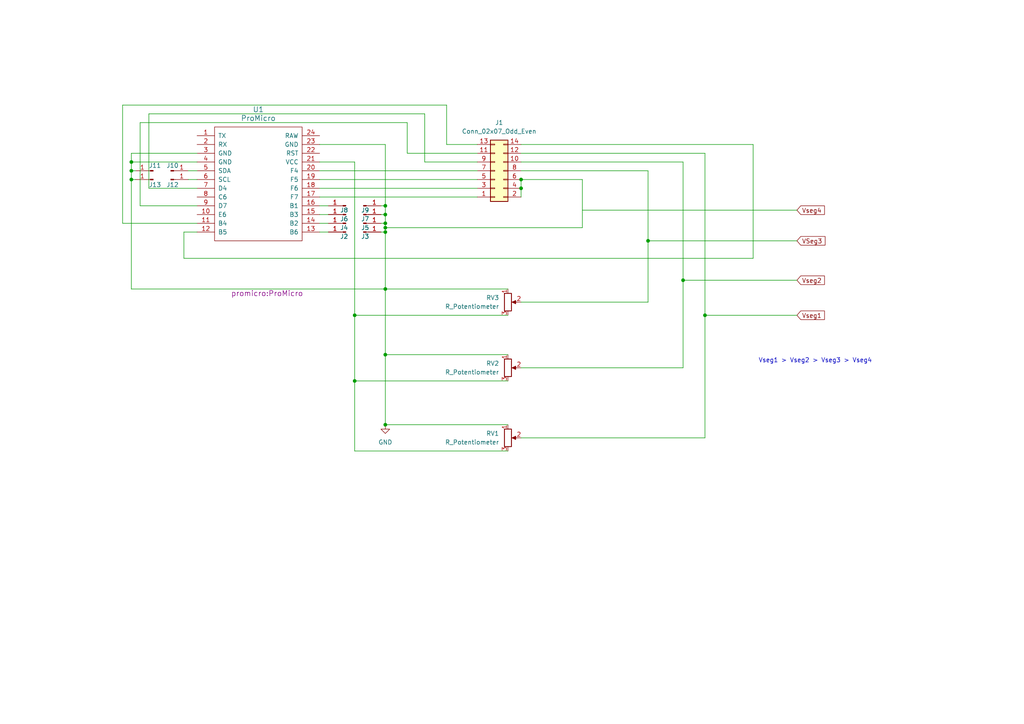
<source format=kicad_sch>
(kicad_sch (version 20231120) (generator "eeschema") (generator_version "8.0")
  (paper "A4")
  (lib_symbols
    (symbol "Connector:Conn_01x01_Pin" (pin_names (offset 1.016) hide)
      (property "Reference" "J" (at 0 2.54 0))
      (property "Value" "Conn_01x01_Pin" (at 0 -2.54 0))
      (symbol "Conn_01x01_Pin_1_1"
        (polyline (pts (xy 1.27 0) (xy 0.8636 0)) (stroke (width 0.1524)))
        (rectangle (start 0.8636 0.127) (end 0 -0.127) (stroke (width 0.1524)) (fill (type outline)))
        (pin passive line (at 5.08 0 180) (length 3.81) (name "Pin_1") (number "1"))
      )
    )
    (symbol "Connector_Generic:Conn_02x07_Odd_Even" (pin_names (offset 1.016) hide)
      (property "Reference" "J" (at 1.27 10.16 0))
      (property "Value" "Conn_02x07_Odd_Even" (at 1.27 -10.16 0))
      (symbol "Conn_02x07_Odd_Even_1_1"
        (rectangle (start -1.27 -7.493) (end 0 -7.747) (stroke (width 0.1524)))
        (rectangle (start -1.27 -4.953) (end 0 -5.207) (stroke (width 0.1524)))
        (rectangle (start -1.27 -2.413) (end 0 -2.667) (stroke (width 0.1524)))
        (rectangle (start -1.27 0.127) (end 0 -0.127) (stroke (width 0.1524)))
        (rectangle (start -1.27 2.667) (end 0 2.413) (stroke (width 0.1524)))
        (rectangle (start -1.27 5.207) (end 0 4.953) (stroke (width 0.1524)))
        (rectangle (start -1.27 7.747) (end 0 7.493) (stroke (width 0.1524)))
        (rectangle (start -1.27 8.89) (end 3.81 -8.89) (stroke (width 0.254)) (fill (type background)))
        (rectangle (start 3.81 -7.493) (end 2.54 -7.747) (stroke (width 0.1524)))
        (rectangle (start 3.81 -4.953) (end 2.54 -5.207) (stroke (width 0.1524)))
        (rectangle (start 3.81 -2.413) (end 2.54 -2.667) (stroke (width 0.1524)))
        (rectangle (start 3.81 0.127) (end 2.54 -0.127) (stroke (width 0.1524)))
        (rectangle (start 3.81 2.667) (end 2.54 2.413) (stroke (width 0.1524)))
        (rectangle (start 3.81 5.207) (end 2.54 4.953) (stroke (width 0.1524)))
        (rectangle (start 3.81 7.747) (end 2.54 7.493) (stroke (width 0.1524)))
        (pin passive line (at -5.08 7.62 0) (length 3.81) (name "Pin_1") (number "1"))
        (pin passive line (at 7.62 -2.54 180) (length 3.81) (name "Pin_10") (number "10"))
        (pin passive line (at -5.08 -5.08 0) (length 3.81) (name "Pin_11") (number "11"))
        (pin passive line (at 7.62 -5.08 180) (length 3.81) (name "Pin_12") (number "12"))
        (pin passive line (at -5.08 -7.62 0) (length 3.81) (name "Pin_13") (number "13"))
        (pin passive line (at 7.62 -7.62 180) (length 3.81) (name "Pin_14") (number "14"))
        (pin passive line (at 7.62 7.62 180) (length 3.81) (name "Pin_2") (number "2"))
        (pin passive line (at -5.08 5.08 0) (length 3.81) (name "Pin_3") (number "3"))
        (pin passive line (at 7.62 5.08 180) (length 3.81) (name "Pin_4") (number "4"))
        (pin passive line (at -5.08 2.54 0) (length 3.81) (name "Pin_5") (number "5"))
        (pin passive line (at 7.62 2.54 180) (length 3.81) (name "Pin_6") (number "6"))
        (pin passive line (at -5.08 0 0) (length 3.81) (name "Pin_7") (number "7"))
        (pin passive line (at 7.62 0 180) (length 3.81) (name "Pin_8") (number "8"))
        (pin passive line (at -5.08 -2.54 0) (length 3.81) (name "Pin_9") (number "9"))
      )
    )
    (symbol "Device:R_Potentiometer" (pin_names (offset 1.016) hide)
      (property "Reference" "RV" (at -4.445 0 90))
      (property "Value" "R_Potentiometer" (at -2.54 0 90))
      (symbol "R_Potentiometer_0_1"
        (polyline (pts (xy 2.54 0) (xy 1.524 0)))
        (polyline (pts (xy 1.143 0) (xy 2.286 0.508) (xy 2.286 -0.508) (xy 1.143 0)) (fill (type outline)))
        (rectangle (start 1.016 2.54) (end -1.016 -2.54) (stroke (width 0.254)))
      )
      (symbol "R_Potentiometer_1_1"
        (pin passive line (at 0 3.81 270) (length 1.27) (name "1") (number "1"))
        (pin passive line (at 3.81 0 180) (length 1.27) (name "2") (number "2"))
        (pin passive line (at 0 -3.81 90) (length 1.27) (name "3") (number "3"))
      )
    )
    (symbol "power:GND" (power) (pin_numbers hide) (pin_names (offset 0) hide)
      (property "Value" "GND" (at 0 -3.81 0))
      (symbol "GND_0_1"
        (polyline (pts (xy 0 0) (xy 0 -1.27) (xy 1.27 -1.27) (xy 0 -2.54) (xy -1.27 -1.27) (xy 0 -1.27)))
      )
      (symbol "GND_1_1"
        (pin power_in line (at 0 0 270) (length 0) (name "~") (number "1"))
      )
    )
    (symbol "promicro:ProMicro" (pin_names (offset 1.016))
      (property "Reference" "U" (at 0 24.13 0))
      (property "Value" "ProMicro" (at 0 -13.97 0))
      (symbol "ProMicro_0_1"
        (rectangle (start -12.7 21.59) (end 12.7 -11.43))
      )
      (symbol "ProMicro_1_1"
        (pin bidirectional line (at -17.78 19.05 0) (length 5.08) (name "TX") (number "1"))
        (pin bidirectional line (at -17.78 -3.81 0) (length 5.08) (name "E6") (number "10"))
        (pin bidirectional line (at -17.78 -6.35 0) (length 5.08) (name "B4") (number "11"))
        (pin bidirectional line (at -17.78 -8.89 0) (length 5.08) (name "B5") (number "12"))
        (pin bidirectional line (at 17.78 -8.89 180) (length 5.08) (name "B6") (number "13"))
        (pin bidirectional line (at 17.78 -6.35 180) (length 5.08) (name "B2") (number "14"))
        (pin bidirectional line (at 17.78 -3.81 180) (length 5.08) (name "B3") (number "15"))
        (pin bidirectional line (at 17.78 -1.27 180) (length 5.08) (name "B1") (number "16"))
        (pin bidirectional line (at 17.78 1.27 180) (length 5.08) (name "F7") (number "17"))
        (pin bidirectional line (at 17.78 3.81 180) (length 5.08) (name "F6") (number "18"))
        (pin bidirectional line (at 17.78 6.35 180) (length 5.08) (name "F5") (number "19"))
        (pin bidirectional line (at -17.78 16.51 0) (length 5.08) (name "RX") (number "2"))
        (pin bidirectional line (at 17.78 8.89 180) (length 5.08) (name "F4") (number "20"))
        (pin power_in line (at 17.78 11.43 180) (length 5.08) (name "VCC") (number "21"))
        (pin input line (at 17.78 13.97 180) (length 5.08) (name "RST") (number "22"))
        (pin power_in line (at 17.78 16.51 180) (length 5.08) (name "GND") (number "23"))
        (pin power_out line (at 17.78 19.05 180) (length 5.08) (name "RAW") (number "24"))
        (pin power_in line (at -17.78 13.97 0) (length 5.08) (name "GND") (number "3"))
        (pin power_in line (at -17.78 11.43 0) (length 5.08) (name "GND") (number "4"))
        (pin bidirectional line (at -17.78 8.89 0) (length 5.08) (name "SDA") (number "5"))
        (pin bidirectional line (at -17.78 6.35 0) (length 5.08) (name "SCL") (number "6"))
        (pin bidirectional line (at -17.78 3.81 0) (length 5.08) (name "D4") (number "7"))
        (pin bidirectional line (at -17.78 1.27 0) (length 5.08) (name "C6") (number "8"))
        (pin bidirectional line (at -17.78 -1.27 0) (length 5.08) (name "D7") (number "9"))
      )
    )
  )
  (junction (at 111.76 102.87))
  (junction (at 111.76 59.69))
  (junction (at 38.1 46.99))
  (junction (at 111.76 66.04))
  (junction (at 111.76 64.77))
  (junction (at 111.76 67.31))
  (junction (at 102.87 91.44))
  (junction (at 111.76 83.82))
  (junction (at 111.76 123.19))
  (junction (at 198.12 81.28))
  (junction (at 38.1 52.07))
  (junction (at 151.13 54.61))
  (junction (at 187.96 69.85))
  (junction (at 204.47 91.44))
  (junction (at 151.13 52.07))
  (junction (at 111.76 62.23))
  (junction (at 102.87 110.49))
  (junction (at 38.1 49.53))
  (wire (pts (xy 151.13 54.61) (xy 151.13 57.15)))
  (wire (pts (xy 102.87 130.81) (xy 147.32 130.81)))
  (wire (pts (xy 92.71 62.23) (xy 95.25 62.23)))
  (wire (pts (xy 38.1 44.45) (xy 38.1 46.99)))
  (wire (pts (xy 204.47 91.44) (xy 204.47 127)))
  (wire (pts (xy 198.12 46.99) (xy 198.12 81.28)))
  (wire (pts (xy 43.18 54.61) (xy 43.18 33.02)))
  (wire (pts (xy 111.76 83.82) (xy 111.76 102.87)))
  (wire (pts (xy 57.15 67.31) (xy 53.34 67.31)))
  (wire (pts (xy 151.13 46.99) (xy 198.12 46.99)))
  (wire (pts (xy 110.49 59.69) (xy 111.76 59.69)))
  (wire (pts (xy 54.61 49.53) (xy 57.15 49.53)))
  (wire (pts (xy 38.1 52.07) (xy 39.37 52.07)))
  (wire (pts (xy 111.76 62.23) (xy 111.76 64.77)))
  (wire (pts (xy 92.71 57.15) (xy 138.43 57.15)))
  (wire (pts (xy 151.13 52.07) (xy 151.13 54.61)))
  (wire (pts (xy 151.13 52.07) (xy 168.91 52.07)))
  (wire (pts (xy 111.76 83.82) (xy 147.32 83.82)))
  (wire (pts (xy 218.44 41.91) (xy 218.44 74.93)))
  (wire (pts (xy 111.76 102.87) (xy 111.76 123.19)))
  (wire (pts (xy 38.1 49.53) (xy 39.37 49.53)))
  (wire (pts (xy 151.13 87.63) (xy 187.96 87.63)))
  (wire (pts (xy 38.1 83.82) (xy 111.76 83.82)))
  (wire (pts (xy 54.61 52.07) (xy 57.15 52.07)))
  (wire (pts (xy 40.64 59.69) (xy 40.64 35.56)))
  (wire (pts (xy 92.71 67.31) (xy 95.25 67.31)))
  (wire (pts (xy 187.96 69.85) (xy 187.96 87.63)))
  (wire (pts (xy 38.1 46.99) (xy 57.15 46.99)))
  (wire (pts (xy 151.13 41.91) (xy 218.44 41.91)))
  (wire (pts (xy 118.11 35.56) (xy 118.11 44.45)))
  (wire (pts (xy 92.71 64.77) (xy 95.25 64.77)))
  (wire (pts (xy 92.71 41.91) (xy 111.76 41.91)))
  (wire (pts (xy 151.13 49.53) (xy 187.96 49.53)))
  (wire (pts (xy 187.96 49.53) (xy 187.96 69.85)))
  (wire (pts (xy 231.14 60.96) (xy 168.91 60.96)))
  (wire (pts (xy 57.15 64.77) (xy 35.56 64.77)))
  (wire (pts (xy 57.15 59.69) (xy 40.64 59.69)))
  (wire (pts (xy 118.11 44.45) (xy 138.43 44.45)))
  (wire (pts (xy 111.76 67.31) (xy 111.76 83.82)))
  (wire (pts (xy 204.47 91.44) (xy 204.47 44.45)))
  (wire (pts (xy 231.14 81.28) (xy 198.12 81.28)))
  (wire (pts (xy 110.49 62.23) (xy 111.76 62.23)))
  (wire (pts (xy 102.87 91.44) (xy 147.32 91.44)))
  (wire (pts (xy 38.1 46.99) (xy 38.1 49.53)))
  (wire (pts (xy 151.13 106.68) (xy 198.12 106.68)))
  (wire (pts (xy 151.13 44.45) (xy 204.47 44.45)))
  (wire (pts (xy 92.71 54.61) (xy 138.43 54.61)))
  (wire (pts (xy 92.71 59.69) (xy 95.25 59.69)))
  (wire (pts (xy 53.34 74.93) (xy 218.44 74.93)))
  (wire (pts (xy 102.87 91.44) (xy 102.87 110.49)))
  (wire (pts (xy 198.12 81.28) (xy 198.12 106.68)))
  (wire (pts (xy 38.1 49.53) (xy 38.1 52.07)))
  (wire (pts (xy 123.19 46.99) (xy 138.43 46.99)))
  (wire (pts (xy 129.54 30.48) (xy 129.54 41.91)))
  (wire (pts (xy 111.76 123.19) (xy 147.32 123.19)))
  (wire (pts (xy 57.15 54.61) (xy 43.18 54.61)))
  (wire (pts (xy 111.76 102.87) (xy 147.32 102.87)))
  (wire (pts (xy 231.14 69.85) (xy 187.96 69.85)))
  (wire (pts (xy 110.49 67.31) (xy 111.76 67.31)))
  (wire (pts (xy 38.1 52.07) (xy 38.1 83.82)))
  (wire (pts (xy 123.19 33.02) (xy 123.19 46.99)))
  (wire (pts (xy 102.87 110.49) (xy 102.87 130.81)))
  (wire (pts (xy 111.76 66.04) (xy 168.91 66.04)))
  (wire (pts (xy 151.13 127) (xy 204.47 127)))
  (wire (pts (xy 102.87 46.99) (xy 92.71 46.99)))
  (wire (pts (xy 102.87 110.49) (xy 147.32 110.49)))
  (wire (pts (xy 111.76 64.77) (xy 111.76 66.04)))
  (wire (pts (xy 111.76 66.04) (xy 111.76 67.31)))
  (wire (pts (xy 38.1 44.45) (xy 57.15 44.45)))
  (wire (pts (xy 111.76 41.91) (xy 111.76 59.69)))
  (wire (pts (xy 53.34 67.31) (xy 53.34 74.93)))
  (wire (pts (xy 43.18 33.02) (xy 123.19 33.02)))
  (wire (pts (xy 111.76 59.69) (xy 111.76 62.23)))
  (wire (pts (xy 35.56 30.48) (xy 129.54 30.48)))
  (wire (pts (xy 92.71 49.53) (xy 138.43 49.53)))
  (wire (pts (xy 92.71 52.07) (xy 138.43 52.07)))
  (wire (pts (xy 110.49 64.77) (xy 111.76 64.77)))
  (wire (pts (xy 168.91 52.07) (xy 168.91 66.04)))
  (wire (pts (xy 231.14 91.44) (xy 204.47 91.44)))
  (wire (pts (xy 40.64 35.56) (xy 118.11 35.56)))
  (wire (pts (xy 102.87 46.99) (xy 102.87 91.44)))
  (wire (pts (xy 129.54 41.91) (xy 138.43 41.91)))
  (wire (pts (xy 35.56 64.77) (xy 35.56 30.48)))
  (text "Vseg1 > Vseg2 > Vseg3 > Vseg4" (at 236.474 104.648 0) (effects (font (size 1.27 1.27))))
  (global_label "Vseg1" (shape input) (at 231.14 91.44 0) (property "Intersheetrefs" "${INTERSHEET_REFS}" (effects (hide yes))))
  (global_label "Vseg4" (shape input) (at 231.14 60.96 0) (property "Intersheetrefs" "${INTERSHEET_REFS}" (effects (hide yes))))
  (global_label "Vseg2" (shape input) (at 231.14 81.28 0) (property "Intersheetrefs" "${INTERSHEET_REFS}" (effects (hide yes))))
  (global_label "VSeg3" (shape input) (at 231.14 69.85 0) (property "Intersheetrefs" "${INTERSHEET_REFS}" (effects (hide yes))))
  (symbol (lib_id "Connector:Conn_01x01_Pin") (at 105.41 59.69 0) (unit 1)
    (property "Reference" "J9" (at 105.918 60.96 0))
    (property "Value" "Conn_01x01_Pin" (effects (hide yes)))
    (property "Footprint" "Connector_PinHeader_2.54mm:PinHeader_1x01_P2.54mm_Vertical" (effects (hide yes)))
    (property "Description" "Generic connector, single row, 01x01, script generated" (effects (hide yes)))
  )
  (symbol (lib_id "Connector:Conn_01x01_Pin") (at 100.33 67.31 180) (unit 1)
    (property "Reference" "J2" (at 99.822 68.58 0))
    (property "Value" "Conn_01x01_Pin" (effects (hide yes)))
    (property "Footprint" "Connector_PinHeader_2.54mm:PinHeader_1x01_P2.54mm_Vertical" (effects (hide yes)))
    (property "Description" "Generic connector, single row, 01x01, script generated" (effects (hide yes)))
  )
  (symbol (lib_id "Connector:Conn_01x01_Pin") (at 100.33 62.23 0) (mirror y) (unit 1)
    (property "Reference" "J6" (at 99.822 63.5 0))
    (property "Value" "Conn_01x01_Pin" (effects (hide yes)))
    (property "Footprint" "Connector_PinHeader_2.54mm:PinHeader_1x01_P2.54mm_Vertical" (effects (hide yes)))
    (property "Description" "Generic connector, single row, 01x01, script generated" (effects (hide yes)))
  )
  (symbol (lib_id "Device:R_Potentiometer") (at 147.32 127 0) (unit 1)
    (property "Reference" "RV1" (at 144.78 125.7299 0) (effects (justify right)))
    (property "Value" "R_Potentiometer" (at 144.78 128.2699 0) (effects (justify right)))
    (property "Footprint" "Potentiometer_THT:Potentiometer_Bourns_3296W_Vertical" (effects (hide yes)))
    (property "Description" "Potentiometer" (effects (hide yes)))
  )
  (symbol (lib_id "promicro:ProMicro") (at 74.93 58.42 0) (unit 1)
    (property "Reference" "U1" (at 74.93 31.75 0) (effects (font (size 1.524 1.524))))
    (property "Value" "ProMicro" (at 74.93 34.29 0) (effects (font (size 1.524 1.524))))
    (property "Footprint" "promicro:ProMicro" (at 77.47 85.09 0) (effects (font (size 1.524 1.524))))
  )
  (symbol (lib_id "Device:R_Potentiometer") (at 147.32 106.68 0) (unit 1)
    (property "Reference" "RV2" (at 144.78 105.4099 0) (effects (justify right)))
    (property "Value" "R_Potentiometer" (at 144.78 107.9499 0) (effects (justify right)))
    (property "Footprint" "Potentiometer_THT:Potentiometer_Bourns_3296W_Vertical" (effects (hide yes)))
    (property "Description" "Potentiometer" (effects (hide yes)))
  )
  (symbol (lib_id "Connector:Conn_01x01_Pin") (at 100.33 64.77 180) (unit 1)
    (property "Reference" "J4" (at 99.822 66.04 0))
    (property "Value" "Conn_01x01_Pin" (effects (hide yes)))
    (property "Footprint" "Connector_PinHeader_2.54mm:PinHeader_1x01_P2.54mm_Vertical" (effects (hide yes)))
    (property "Description" "Generic connector, single row, 01x01, script generated" (effects (hide yes)))
  )
  (symbol (lib_id "Connector:Conn_01x01_Pin") (at 100.33 59.69 0) (mirror y) (unit 1)
    (property "Reference" "J8" (at 99.822 60.96 0))
    (property "Value" "Conn_01x01_Pin" (effects (hide yes)))
    (property "Footprint" "Connector_PinHeader_2.54mm:PinHeader_1x01_P2.54mm_Vertical" (effects (hide yes)))
    (property "Description" "Generic connector, single row, 01x01, script generated" (effects (hide yes)))
  )
  (symbol (lib_id "Connector:Conn_01x01_Pin") (at 44.45 49.53 180) (unit 1)
    (property "Reference" "J11" (at 44.958 48.006 0))
    (property "Value" "Conn_01x01_Pin" (effects (hide yes)))
    (property "Footprint" "Connector_PinHeader_2.54mm:PinHeader_1x01_P2.54mm_Vertical" (effects (hide yes)))
    (property "Description" "Generic connector, single row, 01x01, script generated" (effects (hide yes)))
  )
  (symbol (lib_id "Connector:Conn_01x01_Pin") (at 49.53 52.07 0) (unit 1)
    (property "Reference" "J12" (at 50.038 53.594 0))
    (property "Value" "Conn_01x01_Pin" (effects (hide yes)))
    (property "Footprint" "Connector_PinHeader_2.54mm:PinHeader_1x01_P2.54mm_Vertical" (effects (hide yes)))
    (property "Description" "Generic connector, single row, 01x01, script generated" (effects (hide yes)))
  )
  (symbol (lib_id "Connector:Conn_01x01_Pin") (at 44.45 52.07 180) (unit 1)
    (property "Reference" "J13" (at 44.958 53.594 0))
    (property "Value" "Conn_01x01_Pin" (effects (hide yes)))
    (property "Footprint" "Connector_PinHeader_2.54mm:PinHeader_1x01_P2.54mm_Vertical" (effects (hide yes)))
    (property "Description" "Generic connector, single row, 01x01, script generated" (effects (hide yes)))
  )
  (symbol (lib_id "power:GND") (at 111.76 123.19 0) (unit 1)
    (property "Reference" "#PWR01" (effects (hide yes)))
    (property "Value" "GND" (at 111.76 128.27 0))
    (property "Description" "Power symbol creates a global label with name \"GND\" , ground" (effects (hide yes)))
  )
  (symbol (lib_id "Device:R_Potentiometer") (at 147.32 87.63 0) (unit 1)
    (property "Reference" "RV3" (at 144.78 86.3599 0) (effects (justify right)))
    (property "Value" "R_Potentiometer" (at 144.78 88.8999 0) (effects (justify right)))
    (property "Footprint" "Potentiometer_THT:Potentiometer_Bourns_3296W_Vertical" (effects (hide yes)))
    (property "Description" "Potentiometer" (effects (hide yes)))
  )
  (symbol (lib_id "Connector:Conn_01x01_Pin") (at 105.41 67.31 0) (mirror x) (unit 1)
    (property "Reference" "J3" (at 105.918 68.58 0))
    (property "Value" "Conn_01x01_Pin" (effects (hide yes)))
    (property "Footprint" "Connector_PinHeader_2.54mm:PinHeader_1x01_P2.54mm_Vertical" (effects (hide yes)))
    (property "Description" "Generic connector, single row, 01x01, script generated" (effects (hide yes)))
  )
  (symbol (lib_id "Connector:Conn_01x01_Pin") (at 49.53 49.53 0) (unit 1)
    (property "Reference" "J10" (at 50.038 48.006 0))
    (property "Value" "Conn_01x01_Pin" (effects (hide yes)))
    (property "Footprint" "Connector_PinHeader_2.54mm:PinHeader_1x01_P2.54mm_Vertical" (effects (hide yes)))
    (property "Description" "Generic connector, single row, 01x01, script generated" (effects (hide yes)))
  )
  (symbol (lib_id "Connector:Conn_01x01_Pin") (at 105.41 64.77 0) (mirror x) (unit 1)
    (property "Reference" "J5" (at 105.918 66.04 0))
    (property "Value" "Conn_01x01_Pin" (effects (hide yes)))
    (property "Footprint" "Connector_PinHeader_2.54mm:PinHeader_1x01_P2.54mm_Vertical" (effects (hide yes)))
    (property "Description" "Generic connector, single row, 01x01, script generated" (effects (hide yes)))
  )
  (symbol (lib_id "Connector_Generic:Conn_02x07_Odd_Even") (at 143.51 49.53 0) (mirror x) (unit 1)
    (property "Reference" "J1" (at 144.78 35.56 0))
    (property "Value" "Conn_02x07_Odd_Even" (at 144.78 38.1 0))
    (property "Footprint" "Connector_IDC:IDC-Header_2x07_P2.54mm_Vertical" (effects (hide yes)))
    (property "Description" "Generic connector, double row, 02x07, odd/even pin numbering scheme (row 1 odd numbers, row 2 even numbers), script generated (kicad-library-utils/schlib/autogen/connector/)" (effects (hide yes)))
  )
  (symbol (lib_id "Connector:Conn_01x01_Pin") (at 105.41 62.23 0) (unit 1)
    (property "Reference" "J7" (at 105.918 63.5 0))
    (property "Value" "Conn_01x01_Pin" (effects (hide yes)))
    (property "Footprint" "Connector_PinHeader_2.54mm:PinHeader_1x01_P2.54mm_Vertical" (effects (hide yes)))
    (property "Description" "Generic connector, single row, 01x01, script generated" (effects (hide yes)))
  )
)
</source>
